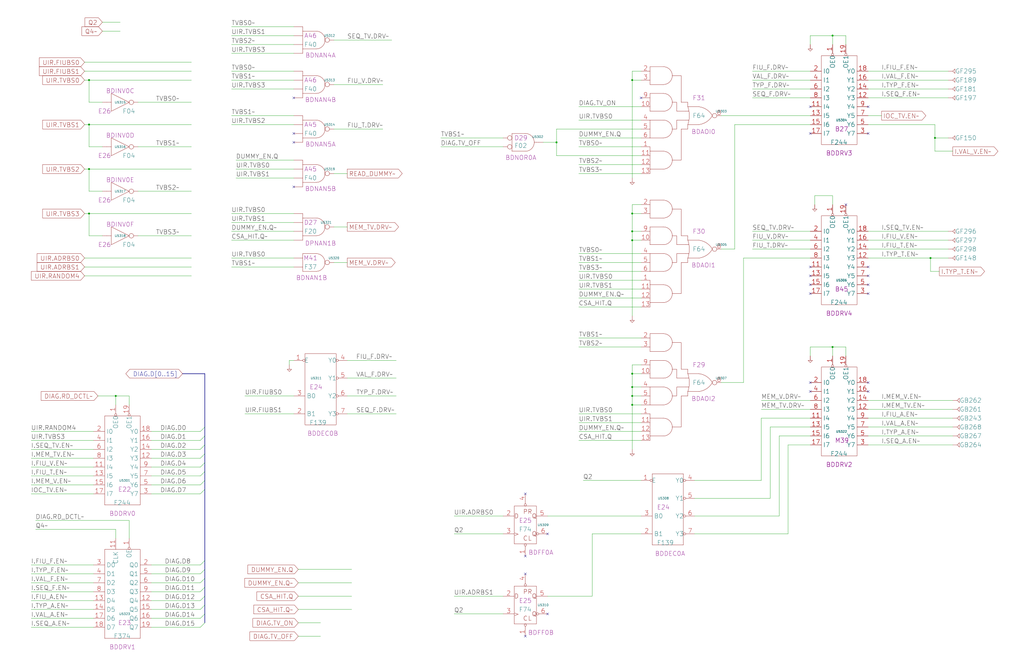
<source format=kicad_sch>
(kicad_sch (version 20230121) (generator eeschema)
  (paper "User" 584.2 378.46)
  (title_block (title "CONTROL STORE\\nBUS DRIVER DECODING") (date "22-SEP-90") (rev "2.0") (comment 1 "IOC") (comment 2 "232-003061") (comment 3 "S400") (comment 4 "RELEASED"))
  (lib_symbols
    (symbol "r1000:F02" (pin_numbers hide) (pin_names hide)
      (property "Reference" "U" (at 12.16 0.635 0))
      (property "Value" "F02" (at -1.27 -4.445 0))
      (property "Location" "___" (at 2.54 0 0))
      (property "Name" "______" (at 2.54 -12.7 0))
      (symbol "F02_1_1"
        (pin input line (at -7.62 0 0) (length 2.54) (name "D0") (number "1"))
        (pin input line (at -7.62 -5.08 0) (length 2.54) (name "D1") (number "2"))
        (pin output line (at 15.24 -2.54 180) (length 1.27) (name "Q") (number "3"))
      )
      (symbol "F02_1_2"
        (pin input line (at -7.62 0 0) (length 2.54) (name "D0") (number "1"))
        (pin input line (at -7.62 -5.08 0) (length 2.54) (name "D1") (number "2"))
        (pin output line (at 15.24 -2.54 180) (length 2.54) (name "Q") (number "3"))
      )
    )
    (symbol "r1000:F04" (pin_numbers hide) (pin_names hide)
      (property "Reference" "U" (at 0 0 0))
      (property "Value" "F04" (at 1.27 -5.08 0))
      (property "Location" "___" (at -12.7 -5.08 0))
      (property "Name" "______" (at 0 5.08 0))
      (symbol "F04_1_1"
        (pin input line (at -10.16 0 0) (length 2.54) (name "D0") (number "1"))
        (pin output line (at 10.16 0 180) (length 2.54) (name "Q") (number "2"))
      )
    )
    (symbol "r1000:F139" (pin_names (offset 1.016))
      (property "Reference" "U" (at 2.54 5.08 0))
      (property "Value" "F139" (at -1.27 -20.32 0))
      (property "Location" "___" (at -1.27 0 0))
      (property "Name" "______" (at 6.35 -27.94 0))
      (symbol "F139_1_1"
        (pin input line (at -10.16 15.24 0) (length 5.08) (name "E") (number "1"))
        (pin input line (at -10.16 -15.24 0) (length 6.35) (name "B1") (number "2"))
        (pin input line (at -10.16 -5.08 0) (length 6.35) (name "B0") (number "3"))
        (pin output line (at 20.32 15.24 180) (length 5.08) (name "Y0") (number "4"))
        (pin output line (at 20.32 5.08 180) (length 5.08) (name "Y1") (number "5"))
        (pin output line (at 20.32 -5.08 180) (length 5.08) (name "Y2") (number "6"))
        (pin output line (at 20.32 -15.24 180) (length 5.08) (name "Y3") (number "7"))
      )
    )
    (symbol "r1000:F20" (pin_numbers hide) (pin_names hide)
      (property "Reference" "U" (at 8.255 2.54 0))
      (property "Value" "F20" (at -0.635 -2.54 0))
      (property "Location" "___" (at -0.635 2.54 0))
      (property "Name" "______" (at 5.08 -10.795 0))
      (symbol "F20_1_1"
        (pin input line (at -10.16 7.62 0) (length 5.08) (name "D0") (number "1"))
        (pin input line (at -10.16 2.54 0) (length 5.08) (name "D1") (number "2"))
        (pin input line (at -10.16 -2.54 0) (length 5.08) (name "D2") (number "4"))
        (pin input line (at -10.16 -7.62 0) (length 5.08) (name "D3") (number "5"))
        (pin output line (at 12.7 0 180) (length 2.54) (name "Q") (number "6"))
      )
      (symbol "F20_1_2"
        (pin input line (at -10.16 7.62 0) (length 1.27) (name "D0") (number "1"))
        (pin input line (at -10.16 2.54 0) (length 1.905) (name "D1") (number "2"))
        (pin input line (at -10.16 -2.54 0) (length 1.905) (name "D2") (number "4"))
        (pin input line (at -10.16 -7.62 0) (length 1.27) (name "D3") (number "5"))
        (pin output line (at 12.7 0 180) (length 5.08) (name "Q") (number "6"))
      )
    )
    (symbol "r1000:F244" (pin_names (offset 1.016))
      (property "Reference" "U" (at 2.54 5.08 0))
      (property "Value" "F244" (at -3.81 -7.62 0))
      (property "Location" "___" (at -1.27 0 0))
      (property "Name" "______" (at 1.27 -15.24 0))
      (symbol "F244_1_1"
        (pin input line (at -2.54 48.26 270) (length 5.08) (name "OE0") (number "1"))
        (pin input line (at -15.24 12.7 0) (length 6.35) (name "I4") (number "11"))
        (pin tri_state line (at 17.78 17.78 180) (length 6.35) (name "Y3") (number "12"))
        (pin input line (at -15.24 7.62 0) (length 6.35) (name "I5") (number "13"))
        (pin tri_state line (at 17.78 22.86 180) (length 6.35) (name "Y2") (number "14"))
        (pin input line (at -15.24 2.54 0) (length 6.35) (name "I6") (number "15"))
        (pin tri_state line (at 17.78 27.94 180) (length 6.35) (name "Y1") (number "16"))
        (pin input line (at -15.24 -2.54 0) (length 6.35) (name "I7") (number "17"))
        (pin tri_state line (at 17.78 33.02 180) (length 6.35) (name "Y0") (number "18"))
        (pin input line (at 5.08 48.26 270) (length 5.08) (name "OE1") (number "19"))
        (pin input line (at -15.24 33.02 0) (length 6.35) (name "I0") (number "2"))
        (pin tri_state line (at 17.78 -2.54 180) (length 6.35) (name "Y7") (number "3"))
        (pin input line (at -15.24 27.94 0) (length 6.35) (name "I1") (number "4"))
        (pin tri_state line (at 17.78 2.54 180) (length 6.35) (name "Y6") (number "5"))
        (pin input line (at -15.24 22.86 0) (length 6.35) (name "I2") (number "6"))
        (pin tri_state line (at 17.78 7.62 180) (length 6.35) (name "Y5") (number "7"))
        (pin input line (at -15.24 17.78 0) (length 6.35) (name "I3") (number "8"))
        (pin tri_state line (at 17.78 12.7 180) (length 6.35) (name "Y4") (number "9"))
      )
    )
    (symbol "r1000:F37" (pin_numbers hide) (pin_names (offset 0) hide)
      (property "Reference" "U" (at 15.24 0 0))
      (property "Value" "F37" (at 1.905 -5.08 0))
      (property "Location" "___" (at 1.905 0 0))
      (property "Name" "______" (at 2.54 -12.7 0))
      (symbol "F37_1_1"
        (pin input line (at -7.62 0 0) (length 5.08) (name "D0") (number "1"))
        (pin input line (at -7.62 -5.08 0) (length 5.08) (name "D1") (number "2"))
        (pin output line (at 15.24 -2.54 180) (length 2.54) (name "Q") (number "3"))
      )
      (symbol "F37_1_2"
        (pin input line (at -7.62 0 0) (length 2.54) (name "D0") (number "1"))
        (pin input line (at -7.62 -5.08 0) (length 2.54) (name "D1") (number "2"))
        (pin output line (at 15.24 -2.54 180) (length 5.08) (name "Q") (number "3"))
      )
    )
    (symbol "r1000:F374" (pin_names (offset 1.016))
      (property "Reference" "U" (at 2.54 5.08 0))
      (property "Value" "F374" (at -3.81 -7.62 0))
      (property "Location" "___" (at -1.27 0 0))
      (property "Name" "______" (at 1.27 -15.24 0))
      (symbol "F374_1_1"
        (pin input line (at 5.08 48.26 270) (length 5.08) (name "OE") (number "1"))
        (pin input line (at -2.54 48.26 270) (length 6.35) (name "CLK") (number "11"))
        (pin tri_state line (at 17.78 12.7 180) (length 6.35) (name "Q4") (number "12"))
        (pin input line (at -15.24 12.7 0) (length 6.35) (name "D4") (number "13"))
        (pin input line (at -15.24 7.62 0) (length 6.35) (name "D5") (number "14"))
        (pin tri_state line (at 17.78 7.62 180) (length 6.35) (name "Q5") (number "15"))
        (pin tri_state line (at 17.78 2.54 180) (length 6.35) (name "Q6") (number "16"))
        (pin input line (at -15.24 2.54 0) (length 6.35) (name "D6") (number "17"))
        (pin input line (at -15.24 -2.54 0) (length 6.35) (name "D7") (number "18"))
        (pin tri_state line (at 17.78 -2.54 180) (length 6.35) (name "Q7") (number "19"))
        (pin tri_state line (at 17.78 33.02 180) (length 6.35) (name "Q0") (number "2"))
        (pin input line (at -15.24 33.02 0) (length 6.35) (name "D0") (number "3"))
        (pin input line (at -15.24 27.94 0) (length 6.35) (name "D1") (number "4"))
        (pin tri_state line (at 17.78 27.94 180) (length 6.35) (name "Q1") (number "5"))
        (pin tri_state line (at 17.78 22.86 180) (length 6.35) (name "Q2") (number "6"))
        (pin input line (at -15.24 22.86 0) (length 6.35) (name "D2") (number "7"))
        (pin input line (at -15.24 17.78 0) (length 6.35) (name "D3") (number "8"))
        (pin tri_state line (at 17.78 17.78 180) (length 6.35) (name "Q3") (number "9"))
      )
    )
    (symbol "r1000:F40" (pin_numbers hide) (pin_names hide)
      (property "Reference" "U" (at 12.7 2.54 0))
      (property "Value" "F40" (at 1.905 -2.54 0))
      (property "Location" "___" (at 1.905 2.54 0))
      (property "Name" "______" (at 7.62 -10.16 0))
      (symbol "F40_1_1"
        (pin input line (at -7.62 7.62 0) (length 5.08) (name "D0") (number "1"))
        (pin input line (at -7.62 2.54 0) (length 5.08) (name "D3") (number "2"))
        (pin input line (at -7.62 -2.54 0) (length 5.08) (name "D4") (number "4"))
        (pin input line (at -7.62 -7.62 0) (length 5.08) (name "D5") (number "5"))
        (pin output line (at 15.24 0 180) (length 2.54) (name "Q") (number "6"))
      )
    )
    (symbol "r1000:F64" (pin_names hide)
      (property "Reference" "U" (at 15.24 2.54 0))
      (property "Value" "F64" (at 2.54 0 0))
      (property "Location" "___" (at 2.54 10.16 0))
      (property "Name" "______" (at 5.08 -10.62 0))
      (symbol "F64_1_1"
        (pin input line (at -30.48 -17.78 0) (length 5.08) (name "D0") (number "1"))
        (pin input line (at -30.48 5.08 0) (length 5.08) (name "B1") (number "10"))
        (pin input line (at -30.48 -22.86 0) (length 5.08) (name "D1") (number "11"))
        (pin input line (at -30.48 -27.94 0) (length 5.08) (name "D2") (number "12"))
        (pin input line (at -30.48 -33.02 0) (length 5.08) (name "D3") (number "13"))
        (pin input line (at -30.48 25.4 0) (length 5.08) (name "A0") (number "2"))
        (pin input line (at -30.48 20.32 0) (length 5.08) (name "A1") (number "3"))
        (pin input line (at -30.48 -2.54 0) (length 5.08) (name "C0") (number "4"))
        (pin input line (at -30.48 -7.62 0) (length 5.08) (name "C1") (number "5"))
        (pin input line (at -30.48 -12.7 0) (length 5.08) (name "C2") (number "6"))
        (pin output line (at 15.24 0 180) (length 2.54) (name "Q") (number "8"))
        (pin input line (at -30.48 10.16 0) (length 5.08) (name "B0") (number "9"))
      )
    )
    (symbol "r1000:F74" (pin_names (offset 1.016) hide)
      (property "Reference" "U" (at 12.7 -2.54 0))
      (property "Value" "F74" (at -1.27 -5.08 0))
      (property "Location" "___" (at -1.27 0 0))
      (property "Name" "______" (at 11.43 -19.685 0))
      (symbol "F74_1_1"
        (text ">" (at -2.54 -7.62 0) (effects (font (size 2.54 2.54))))
        (text "C" (at 2.54 -10.16 0) (effects (font (size 2.54 2.54))))
        (text "D" (at -2.54 2.54 0) (effects (font (size 2.54 2.54))))
        (text "L" (at 5.08 -10.16 0) (effects (font (size 2.54 2.54))))
        (text "P" (at 2.54 5.08 0) (effects (font (size 2.54 2.54))))
        (text "Q" (at 7.62 -7.62 0) (effects (font (size 2.54 2.54))))
        (text "Q" (at 7.62 2.54 0) (effects (font (size 2.54 2.54))))
        (text "R" (at 5.08 5.08 0) (effects (font (size 2.54 2.54))))
        (pin input line (at 2.54 -20.32 90) (length 5.08) (name "CL_") (number "1"))
        (pin input line (at -10.16 2.54 0) (length 6.35) (name "D") (number "2"))
        (pin input line (at -10.16 -7.62 0) (length 6.35) (name "CLK") (number "3"))
        (pin input line (at 2.54 15.24 270) (length 5.08) (name "PR_") (number "4"))
        (pin output line (at 15.24 2.54 180) (length 6.35) (name "Q") (number "5"))
        (pin output line (at 15.24 -7.62 180) (length 5.08) (name "Q_") (number "6"))
      )
    )
    (symbol "r1000:GB" (pin_numbers hide) (pin_names (offset 0) hide)
      (property "Reference" "GB" (at 3.81 0 0))
      (symbol "GB_1_1"
        (pin bidirectional line (at 0 0 0) (length 2.54) (name "") (number "1"))
      )
    )
    (symbol "r1000:GF" (pin_numbers hide) (pin_names (offset 0) hide)
      (property "Reference" "GF" (at 3.81 0 0))
      (symbol "GF_1_1"
        (pin bidirectional line (at 0 0 0) (length 2.54) (name "") (number "1"))
      )
    )
    (symbol "r1000:PD" (power) (pin_numbers hide) (pin_names hide) (in_bom no)
      (symbol "PD_1_1"
        (pin power_in line (at 0 0 270) (length 2.54) (name "PD") (number "1"))
      )
    )
  )
  (junction (at 474.98 198.12))
  (junction (at 360.68 220.98))
  (junction (at 360.68 45.72))
  (junction (at 360.68 121.92))
  (junction (at 474.98 20.32))
  (junction (at 317.5 81.28))
  (junction (at 360.68 132.08))
  (junction (at 530.86 147.32))
  (junction (at 360.68 226.06))
  (junction (at 533.4 78.74))
  (junction (at 360.68 231.14))
  (junction (at 50.8 45.72))
  (junction (at 360.68 213.36))
  (junction (at 50.8 121.92))
  (junction (at 66.04 226.06))
  (junction (at 50.8 96.52))
  (junction (at 50.8 71.12))
  (junction (at 360.68 137.16))
  (no_connect (at 299.72 363.22))
  (no_connect (at 299.72 281.94))
  (no_connect (at 167.64 81.28))
  (no_connect (at 312.42 304.8))
  (no_connect (at 462.28 152.4))
  (no_connect (at 462.28 76.2))
  (no_connect (at 462.28 60.96))
  (no_connect (at 495.3 60.96))
  (no_connect (at 495.3 76.2))
  (no_connect (at 495.3 152.4))
  (no_connect (at 462.28 218.44))
  (no_connect (at 462.28 167.64))
  (no_connect (at 495.3 167.64))
  (no_connect (at 167.64 55.88))
  (no_connect (at 495.3 223.52))
  (no_connect (at 462.28 223.52))
  (no_connect (at 167.64 76.2))
  (no_connect (at 299.72 327.66))
  (no_connect (at 365.76 55.88))
  (no_connect (at 312.42 350.52))
  (no_connect (at 462.28 162.56))
  (no_connect (at 462.28 157.48))
  (no_connect (at 495.3 218.44))
  (no_connect (at 495.3 162.56))
  (no_connect (at 495.3 157.48))
  (no_connect (at 167.64 106.68))
  (no_connect (at 482.6 116.84))
  (no_connect (at 299.72 317.5))
  (bus_entry (at 116.84 355.6) (size -2.54 2.54))
  (bus_entry (at 116.84 259.08) (size -2.54 2.54))
  (bus_entry (at 116.84 320.04) (size -2.54 2.54))
  (bus_entry (at 116.84 340.36) (size -2.54 2.54))
  (bus_entry (at 116.84 330.2) (size -2.54 2.54))
  (bus_entry (at 116.84 350.52) (size -2.54 2.54))
  (bus_entry (at 116.84 345.44) (size -2.54 2.54))
  (bus_entry (at 116.84 335.28) (size -2.54 2.54))
  (bus_entry (at 116.84 254) (size -2.54 2.54))
  (bus_entry (at 116.84 243.84) (size -2.54 2.54))
  (bus_entry (at 116.84 325.12) (size -2.54 2.54))
  (bus_entry (at 116.84 264.16) (size -2.54 2.54))
  (bus_entry (at 116.84 248.92) (size -2.54 2.54))
  (bus_entry (at 116.84 279.4) (size -2.54 2.54))
  (bus_entry (at 116.84 269.24) (size -2.54 2.54))
  (bus_entry (at 116.84 274.32) (size -2.54 2.54))
  (wire (pts (xy 474.98 20.32) (xy 474.98 25.4)))
  (wire (pts (xy 337.82 340.36) (xy 312.42 340.36)))
  (wire (pts (xy 190.5 48.26) (xy 218.44 48.26)))
  (wire (pts (xy 495.3 238.76) (xy 543.56 238.76)))
  (wire (pts (xy 259.08 304.8) (xy 287.02 304.8)))
  (wire (pts (xy 17.78 358.14) (xy 53.34 358.14)))
  (wire (pts (xy 17.78 347.98) (xy 53.34 347.98)))
  (wire (pts (xy 419.1 142.24) (xy 411.48 142.24)))
  (wire (pts (xy 419.1 71.12) (xy 419.1 142.24)))
  (wire (pts (xy 134.62 101.6) (xy 167.64 101.6)))
  (wire (pts (xy 170.18 340.36) (xy 200.66 340.36)))
  (wire (pts (xy 132.08 30.48) (xy 167.64 30.48)))
  (wire (pts (xy 58.42 109.22) (xy 50.8 109.22)))
  (wire (pts (xy 495.3 50.8) (xy 541.02 50.8)))
  (wire (pts (xy 330.2 60.96) (xy 365.76 60.96)))
  (bus (pts (xy 116.84 254) (xy 116.84 259.08)))
  (wire (pts (xy 86.36 322.58) (xy 114.3 322.58)))
  (wire (pts (xy 78.74 109.22) (xy 109.22 109.22)))
  (wire (pts (xy 132.08 25.4) (xy 167.64 25.4)))
  (wire (pts (xy 462.28 254) (xy 449.58 254)))
  (wire (pts (xy 464.82 111.76) (xy 464.82 116.84)))
  (wire (pts (xy 462.28 238.76) (xy 434.34 238.76)))
  (wire (pts (xy 337.82 304.8) (xy 337.82 340.36)))
  (wire (pts (xy 365.76 208.28) (xy 360.68 208.28)))
  (wire (pts (xy 17.78 271.78) (xy 53.34 271.78)))
  (wire (pts (xy 17.78 261.62) (xy 53.34 261.62)))
  (wire (pts (xy 170.18 363.22) (xy 182.88 363.22)))
  (wire (pts (xy 429.26 55.88) (xy 462.28 55.88)))
  (wire (pts (xy 424.18 218.44) (xy 411.48 218.44)))
  (wire (pts (xy 86.36 251.46) (xy 114.3 251.46)))
  (wire (pts (xy 132.08 15.24) (xy 167.64 15.24)))
  (wire (pts (xy 132.08 66.04) (xy 167.64 66.04)))
  (wire (pts (xy 58.42 58.42) (xy 50.8 58.42)))
  (wire (pts (xy 360.68 213.36) (xy 365.76 213.36)))
  (wire (pts (xy 330.2 154.94) (xy 365.76 154.94)))
  (wire (pts (xy 495.3 71.12) (xy 533.4 71.12)))
  (wire (pts (xy 429.26 142.24) (xy 462.28 142.24)))
  (wire (pts (xy 330.2 170.18) (xy 365.76 170.18)))
  (wire (pts (xy 429.26 137.16) (xy 462.28 137.16)))
  (wire (pts (xy 259.08 340.36) (xy 287.02 340.36)))
  (bus (pts (xy 104.14 213.36) (xy 116.84 213.36)))
  (wire (pts (xy 50.8 96.52) (xy 109.22 96.52)))
  (wire (pts (xy 360.68 231.14) (xy 365.76 231.14)))
  (wire (pts (xy 170.18 347.98) (xy 200.66 347.98)))
  (wire (pts (xy 86.36 256.54) (xy 114.3 256.54)))
  (bus (pts (xy 116.84 213.36) (xy 116.84 243.84)))
  (wire (pts (xy 434.34 238.76) (xy 434.34 274.32)))
  (wire (pts (xy 474.98 20.32) (xy 462.28 20.32)))
  (wire (pts (xy 317.5 73.66) (xy 317.5 81.28)))
  (wire (pts (xy 530.86 147.32) (xy 541.02 147.32)))
  (wire (pts (xy 66.04 231.14) (xy 66.04 226.06)))
  (wire (pts (xy 17.78 332.74) (xy 53.34 332.74)))
  (wire (pts (xy 330.2 193.04) (xy 365.76 193.04)))
  (wire (pts (xy 287.02 350.52) (xy 259.08 350.52)))
  (wire (pts (xy 86.36 337.82) (xy 114.3 337.82)))
  (wire (pts (xy 50.8 109.22) (xy 50.8 96.52)))
  (wire (pts (xy 429.26 50.8) (xy 462.28 50.8)))
  (wire (pts (xy 360.68 231.14) (xy 360.68 256.54)))
  (wire (pts (xy 330.2 236.22) (xy 365.76 236.22)))
  (wire (pts (xy 360.68 137.16) (xy 360.68 180.34)))
  (wire (pts (xy 330.2 175.26) (xy 365.76 175.26)))
  (wire (pts (xy 474.98 198.12) (xy 474.98 203.2)))
  (wire (pts (xy 132.08 152.4) (xy 167.64 152.4)))
  (bus (pts (xy 116.84 320.04) (xy 116.84 325.12)))
  (wire (pts (xy 259.08 294.64) (xy 287.02 294.64)))
  (wire (pts (xy 132.08 45.72) (xy 167.64 45.72)))
  (wire (pts (xy 429.26 40.64) (xy 462.28 40.64)))
  (wire (pts (xy 317.5 88.9) (xy 317.5 81.28)))
  (wire (pts (xy 330.2 241.3) (xy 365.76 241.3)))
  (wire (pts (xy 360.68 208.28) (xy 360.68 213.36)))
  (wire (pts (xy 190.5 129.54) (xy 198.12 129.54)))
  (wire (pts (xy 58.42 17.78) (xy 68.58 17.78)))
  (wire (pts (xy 462.28 198.12) (xy 462.28 203.2)))
  (wire (pts (xy 434.34 274.32) (xy 396.24 274.32)))
  (bus (pts (xy 116.84 248.92) (xy 116.84 254)))
  (bus (pts (xy 116.84 279.4) (xy 116.84 320.04)))
  (wire (pts (xy 86.36 246.38) (xy 114.3 246.38)))
  (wire (pts (xy 198.12 226.06) (xy 226.06 226.06)))
  (wire (pts (xy 17.78 337.82) (xy 53.34 337.82)))
  (wire (pts (xy 86.36 261.62) (xy 114.3 261.62)))
  (wire (pts (xy 198.12 215.9) (xy 226.06 215.9)))
  (wire (pts (xy 58.42 134.62) (xy 50.8 134.62)))
  (wire (pts (xy 86.36 342.9) (xy 114.3 342.9)))
  (wire (pts (xy 360.68 121.92) (xy 360.68 132.08)))
  (wire (pts (xy 474.98 111.76) (xy 464.82 111.76)))
  (wire (pts (xy 66.04 307.34) (xy 66.04 302.26)))
  (wire (pts (xy 86.36 353.06) (xy 114.3 353.06)))
  (wire (pts (xy 48.26 35.56) (xy 109.22 35.56)))
  (wire (pts (xy 330.2 251.46) (xy 365.76 251.46)))
  (wire (pts (xy 360.68 116.84) (xy 360.68 121.92)))
  (wire (pts (xy 132.08 40.64) (xy 167.64 40.64)))
  (wire (pts (xy 330.2 99.06) (xy 365.76 99.06)))
  (wire (pts (xy 50.8 96.52) (xy 48.26 96.52)))
  (wire (pts (xy 462.28 20.32) (xy 462.28 25.4)))
  (wire (pts (xy 533.4 86.36) (xy 533.4 78.74)))
  (wire (pts (xy 50.8 134.62) (xy 50.8 121.92)))
  (wire (pts (xy 86.36 266.7) (xy 114.3 266.7)))
  (wire (pts (xy 444.5 248.92) (xy 444.5 294.64)))
  (wire (pts (xy 132.08 71.12) (xy 167.64 71.12)))
  (wire (pts (xy 190.5 22.86) (xy 223.52 22.86)))
  (wire (pts (xy 86.36 271.78) (xy 114.3 271.78)))
  (wire (pts (xy 50.8 71.12) (xy 109.22 71.12)))
  (wire (pts (xy 439.42 243.84) (xy 439.42 284.48)))
  (wire (pts (xy 165.1 208.28) (xy 165.1 205.74)))
  (bus (pts (xy 116.84 243.84) (xy 116.84 248.92)))
  (wire (pts (xy 50.8 121.92) (xy 109.22 121.92)))
  (wire (pts (xy 360.68 220.98) (xy 360.68 226.06)))
  (bus (pts (xy 116.84 259.08) (xy 116.84 264.16)))
  (wire (pts (xy 360.68 132.08) (xy 365.76 132.08)))
  (wire (pts (xy 317.5 81.28) (xy 309.88 81.28)))
  (wire (pts (xy 482.6 20.32) (xy 474.98 20.32)))
  (wire (pts (xy 495.3 40.64) (xy 541.02 40.64)))
  (wire (pts (xy 17.78 327.66) (xy 53.34 327.66)))
  (wire (pts (xy 198.12 236.22) (xy 226.06 236.22)))
  (wire (pts (xy 190.5 73.66) (xy 218.44 73.66)))
  (bus (pts (xy 116.84 269.24) (xy 116.84 274.32)))
  (wire (pts (xy 132.08 137.16) (xy 167.64 137.16)))
  (bus (pts (xy 116.84 345.44) (xy 116.84 350.52)))
  (wire (pts (xy 482.6 25.4) (xy 482.6 20.32)))
  (wire (pts (xy 73.66 297.18) (xy 20.32 297.18)))
  (wire (pts (xy 360.68 226.06) (xy 360.68 231.14)))
  (wire (pts (xy 495.3 45.72) (xy 541.02 45.72)))
  (wire (pts (xy 495.3 254) (xy 543.56 254)))
  (wire (pts (xy 365.76 88.9) (xy 317.5 88.9)))
  (wire (pts (xy 17.78 342.9) (xy 53.34 342.9)))
  (wire (pts (xy 434.34 233.68) (xy 462.28 233.68)))
  (wire (pts (xy 17.78 246.38) (xy 53.34 246.38)))
  (wire (pts (xy 78.74 83.82) (xy 109.22 83.82)))
  (wire (pts (xy 360.68 45.72) (xy 360.68 101.6)))
  (wire (pts (xy 17.78 251.46) (xy 53.34 251.46)))
  (wire (pts (xy 330.2 165.1) (xy 365.76 165.1)))
  (wire (pts (xy 73.66 231.14) (xy 73.66 226.06)))
  (wire (pts (xy 330.2 198.12) (xy 365.76 198.12)))
  (wire (pts (xy 190.5 99.06) (xy 198.12 99.06)))
  (wire (pts (xy 330.2 83.82) (xy 365.76 83.82)))
  (wire (pts (xy 449.58 254) (xy 449.58 304.8)))
  (wire (pts (xy 86.36 332.74) (xy 114.3 332.74)))
  (wire (pts (xy 190.5 149.86) (xy 198.12 149.86)))
  (wire (pts (xy 330.2 78.74) (xy 365.76 78.74)))
  (bus (pts (xy 116.84 350.52) (xy 116.84 355.6)))
  (wire (pts (xy 330.2 246.38) (xy 365.76 246.38)))
  (wire (pts (xy 495.3 243.84) (xy 543.56 243.84)))
  (wire (pts (xy 17.78 266.7) (xy 53.34 266.7)))
  (wire (pts (xy 48.26 147.32) (xy 109.22 147.32)))
  (wire (pts (xy 360.68 121.92) (xy 365.76 121.92)))
  (wire (pts (xy 17.78 276.86) (xy 53.34 276.86)))
  (wire (pts (xy 86.36 347.98) (xy 114.3 347.98)))
  (wire (pts (xy 330.2 93.98) (xy 365.76 93.98)))
  (wire (pts (xy 17.78 256.54) (xy 53.34 256.54)))
  (wire (pts (xy 462.28 147.32) (xy 424.18 147.32)))
  (wire (pts (xy 462.28 243.84) (xy 439.42 243.84)))
  (wire (pts (xy 530.86 154.94) (xy 530.86 147.32)))
  (wire (pts (xy 50.8 58.42) (xy 50.8 45.72)))
  (bus (pts (xy 116.84 335.28) (xy 116.84 340.36)))
  (wire (pts (xy 495.3 233.68) (xy 543.56 233.68)))
  (wire (pts (xy 48.26 71.12) (xy 50.8 71.12)))
  (wire (pts (xy 20.32 302.26) (xy 66.04 302.26)))
  (wire (pts (xy 48.26 152.4) (xy 109.22 152.4)))
  (wire (pts (xy 134.62 96.52) (xy 167.64 96.52)))
  (bus (pts (xy 116.84 264.16) (xy 116.84 269.24)))
  (wire (pts (xy 424.18 147.32) (xy 424.18 218.44)))
  (wire (pts (xy 170.18 325.12) (xy 200.66 325.12)))
  (wire (pts (xy 17.78 322.58) (xy 53.34 322.58)))
  (wire (pts (xy 48.26 45.72) (xy 50.8 45.72)))
  (wire (pts (xy 170.18 332.74) (xy 200.66 332.74)))
  (wire (pts (xy 86.36 276.86) (xy 114.3 276.86)))
  (wire (pts (xy 165.1 205.74) (xy 167.64 205.74)))
  (wire (pts (xy 58.42 83.82) (xy 50.8 83.82)))
  (wire (pts (xy 495.3 228.6) (xy 543.56 228.6)))
  (wire (pts (xy 251.46 78.74) (xy 287.02 78.74)))
  (wire (pts (xy 132.08 20.32) (xy 167.64 20.32)))
  (wire (pts (xy 495.3 132.08) (xy 541.02 132.08)))
  (wire (pts (xy 360.68 132.08) (xy 360.68 137.16)))
  (wire (pts (xy 495.3 66.04) (xy 502.92 66.04)))
  (wire (pts (xy 66.04 226.06) (xy 55.88 226.06)))
  (wire (pts (xy 533.4 78.74) (xy 541.02 78.74)))
  (wire (pts (xy 360.68 45.72) (xy 365.76 45.72)))
  (wire (pts (xy 360.68 220.98) (xy 365.76 220.98)))
  (wire (pts (xy 132.08 127) (xy 167.64 127)))
  (wire (pts (xy 411.48 66.04) (xy 462.28 66.04)))
  (wire (pts (xy 332.74 274.32) (xy 365.76 274.32)))
  (wire (pts (xy 139.7 236.22) (xy 167.64 236.22)))
  (wire (pts (xy 251.46 83.82) (xy 287.02 83.82)))
  (wire (pts (xy 495.3 142.24) (xy 541.02 142.24)))
  (wire (pts (xy 462.28 71.12) (xy 419.1 71.12)))
  (wire (pts (xy 365.76 304.8) (xy 337.82 304.8)))
  (wire (pts (xy 365.76 116.84) (xy 360.68 116.84)))
  (bus (pts (xy 116.84 274.32) (xy 116.84 279.4)))
  (wire (pts (xy 535.94 154.94) (xy 530.86 154.94)))
  (wire (pts (xy 449.58 304.8) (xy 396.24 304.8)))
  (wire (pts (xy 50.8 45.72) (xy 109.22 45.72)))
  (wire (pts (xy 17.78 281.94) (xy 53.34 281.94)))
  (bus (pts (xy 116.84 325.12) (xy 116.84 330.2)))
  (wire (pts (xy 50.8 83.82) (xy 50.8 71.12)))
  (wire (pts (xy 170.18 355.6) (xy 182.88 355.6)))
  (wire (pts (xy 139.7 226.06) (xy 167.64 226.06)))
  (wire (pts (xy 330.2 160.02) (xy 365.76 160.02)))
  (wire (pts (xy 482.6 198.12) (xy 474.98 198.12)))
  (wire (pts (xy 462.28 248.92) (xy 444.5 248.92)))
  (bus (pts (xy 116.84 340.36) (xy 116.84 345.44)))
  (wire (pts (xy 48.26 40.64) (xy 109.22 40.64)))
  (wire (pts (xy 48.26 157.48) (xy 109.22 157.48)))
  (wire (pts (xy 444.5 294.64) (xy 396.24 294.64)))
  (wire (pts (xy 434.34 228.6) (xy 462.28 228.6)))
  (wire (pts (xy 495.3 137.16) (xy 541.02 137.16)))
  (wire (pts (xy 533.4 71.12) (xy 533.4 78.74)))
  (wire (pts (xy 48.26 121.92) (xy 50.8 121.92)))
  (wire (pts (xy 132.08 50.8) (xy 167.64 50.8)))
  (wire (pts (xy 495.3 55.88) (xy 541.02 55.88)))
  (wire (pts (xy 365.76 73.66) (xy 317.5 73.66)))
  (wire (pts (xy 429.26 132.08) (xy 462.28 132.08)))
  (wire (pts (xy 365.76 137.16) (xy 360.68 137.16)))
  (wire (pts (xy 86.36 281.94) (xy 114.3 281.94)))
  (wire (pts (xy 58.42 12.7) (xy 68.58 12.7)))
  (wire (pts (xy 429.26 45.72) (xy 462.28 45.72)))
  (wire (pts (xy 17.78 353.06) (xy 53.34 353.06)))
  (wire (pts (xy 86.36 327.66) (xy 114.3 327.66)))
  (bus (pts (xy 116.84 330.2) (xy 116.84 335.28)))
  (wire (pts (xy 360.68 226.06) (xy 365.76 226.06)))
  (wire (pts (xy 330.2 68.58) (xy 365.76 68.58)))
  (wire (pts (xy 86.36 358.14) (xy 114.3 358.14)))
  (wire (pts (xy 482.6 203.2) (xy 482.6 198.12)))
  (wire (pts (xy 474.98 116.84) (xy 474.98 111.76)))
  (wire (pts (xy 439.42 284.48) (xy 396.24 284.48)))
  (wire (pts (xy 495.3 147.32) (xy 530.86 147.32)))
  (wire (pts (xy 330.2 144.78) (xy 365.76 144.78)))
  (wire (pts (xy 365.76 40.64) (xy 360.68 40.64)))
  (wire (pts (xy 198.12 205.74) (xy 226.06 205.74)))
  (wire (pts (xy 360.68 40.64) (xy 360.68 45.72)))
  (wire (pts (xy 134.62 91.44) (xy 167.64 91.44)))
  (wire (pts (xy 132.08 121.92) (xy 167.64 121.92)))
  (wire (pts (xy 543.56 86.36) (xy 533.4 86.36)))
  (wire (pts (xy 360.68 213.36) (xy 360.68 220.98)))
  (wire (pts (xy 78.74 58.42) (xy 109.22 58.42)))
  (wire (pts (xy 132.08 147.32) (xy 167.64 147.32)))
  (wire (pts (xy 474.98 198.12) (xy 462.28 198.12)))
  (wire (pts (xy 312.42 294.64) (xy 365.76 294.64)))
  (wire (pts (xy 73.66 307.34) (xy 73.66 297.18)))
  (wire (pts (xy 73.66 226.06) (xy 66.04 226.06)))
  (wire (pts (xy 330.2 149.86) (xy 365.76 149.86)))
  (wire (pts (xy 495.3 248.92) (xy 543.56 248.92)))
  (wire (pts (xy 78.74 134.62) (xy 109.22 134.62)))
  (wire (pts (xy 132.08 132.08) (xy 167.64 132.08)))
  (label "DIAG.D13" (at 93.98 347.98 0) (effects (font (size 2.54 2.54))))
  (label "TVBS3~" (at 330.2 99.06 0) (effects (font (size 2.54 2.54))))
  (label "UIR.ADRBS0" (at 259.08 294.64 0) (effects (font (size 2.54 2.54))))
  (label "TVBS1~" (at 88.9 83.82 0) (effects (font (size 2.54 2.54))))
  (label "UIR.TVBS1" (at 330.2 165.1 0) (effects (font (size 2.54 2.54))))
  (label "Q2" (at 259.08 350.52 0) (effects (font (size 2.54 2.54))))
  (label "TVBS2~" (at 88.9 109.22 0) (effects (font (size 2.54 2.54))))
  (label "I.MEM_V.EN~" (at 502.92 228.6 0) (effects (font (size 2.54 2.54))))
  (label "DIAG.D0" (at 91.44 246.38 0) (effects (font (size 2.54 2.54))))
  (label "UIR.FIUBS1" (at 139.7 236.22 0) (effects (font (size 2.54 2.54))))
  (label "UIR.TVBS3" (at 132.08 30.48 0) (effects (font (size 2.54 2.54))))
  (label "MEM_TV.DRV~" (at 434.34 233.68 0) (effects (font (size 2.54 2.54))))
  (label "FIU_V.DRV~" (at 429.26 137.16 0) (effects (font (size 2.54 2.54))))
  (label "I.FIU_F.EN~" (at 17.78 322.58 0) (effects (font (size 2.54 2.54))))
  (label "I.SEQ_F.EN~" (at 502.92 55.88 0) (effects (font (size 2.54 2.54))))
  (label "FIU_T.DRV~" (at 429.26 142.24 0) (effects (font (size 2.54 2.54))))
  (label "CSA_HIT.Q~" (at 132.08 137.16 0) (effects (font (size 2.54 2.54))))
  (label "TVBS0~" (at 88.9 58.42 0) (effects (font (size 2.54 2.54))))
  (label "I.VAL_F.EN~" (at 502.92 45.72 0) (effects (font (size 2.54 2.54))))
  (label "TVBS0~" (at 330.2 144.78 0) (effects (font (size 2.54 2.54))))
  (label "I.FIU_T.EN~" (at 502.92 142.24 0) (effects (font (size 2.54 2.54))))
  (label "VAL_F.DRV~" (at 203.2 215.9 0) (effects (font (size 2.54 2.54))))
  (label "I.TYP_A.EN~" (at 502.92 248.92 0) (effects (font (size 2.54 2.54))))
  (label "TVBS1~" (at 132.08 66.04 0) (effects (font (size 2.54 2.54))))
  (label "DIAG.TV_ON" (at 330.2 60.96 0) (effects (font (size 2.54 2.54))))
  (label "FIU_T.DRV~" (at 198.12 73.66 0) (effects (font (size 2.54 2.54))))
  (label "TYP_F.DRV~" (at 203.2 226.06 0) (effects (font (size 2.54 2.54))))
  (label "DIAG.TV_OFF" (at 251.46 83.82 0) (effects (font (size 2.54 2.54))))
  (label "TVBS1~" (at 132.08 152.4 0) (effects (font (size 2.54 2.54))))
  (label "UIR.TVBS0" (at 132.08 121.92 0) (effects (font (size 2.54 2.54))))
  (label "DUMMY_EN.Q~" (at 132.08 132.08 0) (effects (font (size 2.54 2.54))))
  (label "TVBS3~" (at 330.2 154.94 0) (effects (font (size 2.54 2.54))))
  (label "TYP_F.DRV~" (at 429.26 50.8 0) (effects (font (size 2.54 2.54))))
  (label "DIAG.D7" (at 91.44 281.94 0) (effects (font (size 2.54 2.54))))
  (label "I.TYP_F.EN~" (at 17.78 327.66 0) (effects (font (size 2.54 2.54))))
  (label "UIR.ADRBS1" (at 259.08 340.36 0) (effects (font (size 2.54 2.54))))
  (label "TVBS1~" (at 132.08 45.72 0) (effects (font (size 2.54 2.54))))
  (label "I.FIU_V.EN~" (at 502.92 137.16 0) (effects (font (size 2.54 2.54))))
  (label "FIU_F.DRV~" (at 203.2 205.74 0) (effects (font (size 2.54 2.54))))
  (label "UIR.TVBS1" (at 132.08 20.32 0) (effects (font (size 2.54 2.54))))
  (label "DIAG.D4" (at 91.44 266.7 0) (effects (font (size 2.54 2.54))))
  (label "TVBS0~" (at 132.08 40.64 0) (effects (font (size 2.54 2.54))))
  (label "DIAG.D1" (at 91.44 251.46 0) (effects (font (size 2.54 2.54))))
  (label "UIR.TVBS3" (at 132.08 50.8 0) (effects (font (size 2.54 2.54))))
  (label "I.FIU_V.EN~" (at 17.78 266.7 0) (effects (font (size 2.54 2.54))))
  (label "TVBS1~" (at 330.2 149.86 0) (effects (font (size 2.54 2.54))))
  (label "I.SEQ_A.EN~" (at 502.92 254 0) (effects (font (size 2.54 2.54))))
  (label "UIR.TVBS1" (at 330.2 241.3 0) (effects (font (size 2.54 2.54))))
  (label "DUMMY_EN.Q" (at 134.62 91.44 0) (effects (font (size 2.54 2.54))))
  (label "CSA_HIT.Q" (at 330.2 175.26 0) (effects (font (size 2.54 2.54))))
  (label "UIR.TVBS0" (at 330.2 68.58 0) (effects (font (size 2.54 2.54))))
  (label "DIAG.D14" (at 93.98 353.06 0) (effects (font (size 2.54 2.54))))
  (label "DIAG.D6" (at 91.44 276.86 0) (effects (font (size 2.54 2.54))))
  (label "DUMMY_EN.Q~" (at 330.2 246.38 0) (effects (font (size 2.54 2.54))))
  (label "I.SEQ_F.EN~" (at 17.78 337.82 0) (effects (font (size 2.54 2.54))))
  (label "DIAG.RD_DCTL~" (at 20.32 297.18 0) (effects (font (size 2.54 2.54))))
  (label "I.SEQ_A.EN~" (at 17.78 358.14 0) (effects (font (size 2.54 2.54))))
  (label "DIAG.D8" (at 93.98 322.58 0) (effects (font (size 2.54 2.54))))
  (label "TVBS1~" (at 330.2 193.04 0) (effects (font (size 2.54 2.54))))
  (label "UIR.TVBS0" (at 132.08 147.32 0) (effects (font (size 2.54 2.54))))
  (label "Q4~" (at 20.32 302.26 0) (effects (font (size 2.54 2.54))))
  (label "TVBS3~" (at 88.9 134.62 0) (effects (font (size 2.54 2.54))))
  (label "I.MEM_TV.EN~" (at 502.92 233.68 0) (effects (font (size 2.54 2.54))))
  (label "DUMMY_EN.Q~" (at 330.2 170.18 0) (effects (font (size 2.54 2.54))))
  (label "TVBS0~" (at 330.2 83.82 0) (effects (font (size 2.54 2.54))))
  (label "FIU_F.DRV~" (at 429.26 40.64 0) (effects (font (size 2.54 2.54))))
  (label "DUMMY_EN.Q" (at 330.2 78.74 0) (effects (font (size 2.54 2.54))))
  (label "I.VAL_A.EN~" (at 502.92 243.84 0) (effects (font (size 2.54 2.54))))
  (label "UIR.FIUBS0" (at 139.7 226.06 0) (effects (font (size 2.54 2.54))))
  (label "DIAG.D3" (at 91.44 261.62 0) (effects (font (size 2.54 2.54))))
  (label "I.SEQ_TV.EN~" (at 502.92 132.08 0) (effects (font (size 2.54 2.54))))
  (label "Q2" (at 259.08 304.8 0) (effects (font (size 2.54 2.54))))
  (label "TVBS0~" (at 132.08 15.24 0) (effects (font (size 2.54 2.54))))
  (label "DIAG.D12" (at 93.98 342.9 0) (effects (font (size 2.54 2.54))))
  (label "I.TYP_F.EN~" (at 502.92 50.8 0) (effects (font (size 2.54 2.54))))
  (label "I.MEM_V.EN~" (at 17.78 276.86 0) (effects (font (size 2.54 2.54))))
  (label "I.SEQ_TV.EN~" (at 17.78 256.54 0) (effects (font (size 2.54 2.54))))
  (label "I.FIU_A.EN~" (at 502.92 238.76 0) (effects (font (size 2.54 2.54))))
  (label "TVBS2~" (at 132.08 25.4 0) (effects (font (size 2.54 2.54))))
  (label "VAL_F.DRV~" (at 429.26 45.72 0) (effects (font (size 2.54 2.54))))
  (label "I.TYP_T.EN~" (at 502.92 147.32 0) (effects (font (size 2.54 2.54))))
  (label "UIR.TVBS1" (at 134.62 101.6 0) (effects (font (size 2.54 2.54))))
  (label "DIAG.D11" (at 93.98 337.82 0) (effects (font (size 2.54 2.54))))
  (label "DIAG.D15" (at 93.98 358.14 0) (effects (font (size 2.54 2.54))))
  (label "TVBS2~" (at 330.2 198.12 0) (effects (font (size 2.54 2.54))))
  (label "UIR.TVBS2" (at 132.08 71.12 0) (effects (font (size 2.54 2.54))))
  (label "UIR.TVBS0" (at 330.2 236.22 0) (effects (font (size 2.54 2.54))))
  (label "SEQ_TV.DRV~" (at 198.12 22.86 0) (effects (font (size 2.54 2.54))))
  (label "IOC_TV.EN~" (at 17.78 281.94 0) (effects (font (size 2.54 2.54))))
  (label "DIAG.D2" (at 91.44 256.54 0) (effects (font (size 2.54 2.54))))
  (label "I.VAL_A.EN~" (at 17.78 353.06 0) (effects (font (size 2.54 2.54))))
  (label "DIAG.D10" (at 93.98 332.74 0) (effects (font (size 2.54 2.54))))
  (label "SEQ_TV.DRV~" (at 429.26 132.08 0) (effects (font (size 2.54 2.54))))
  (label "I.MEM_TV.EN~" (at 17.78 261.62 0) (effects (font (size 2.54 2.54))))
  (label "UIR.TVBS0" (at 134.62 96.52 0) (effects (font (size 2.54 2.54))))
  (label "I.FIU_F.EN~" (at 502.92 40.64 0) (effects (font (size 2.54 2.54))))
  (label "SEQ_F.DRV~" (at 429.26 55.88 0) (effects (font (size 2.54 2.54))))
  (label "MEM_V.DRV~" (at 434.34 228.6 0) (effects (font (size 2.54 2.54))))
  (label "UIR.TVBS1" (at 132.08 127 0) (effects (font (size 2.54 2.54))))
  (label "I.TYP_A.EN~" (at 17.78 347.98 0) (effects (font (size 2.54 2.54))))
  (label "UIR.TVBS3" (at 17.78 251.46 0) (effects (font (size 2.54 2.54))))
  (label "I.FIU_A.EN~" (at 17.78 342.9 0) (effects (font (size 2.54 2.54))))
  (label "SEQ_F.DRV~" (at 203.2 236.22 0) (effects (font (size 2.54 2.54))))
  (label "TVBS2~" (at 330.2 93.98 0) (effects (font (size 2.54 2.54))))
  (label "TVBS1~" (at 251.46 78.74 0) (effects (font (size 2.54 2.54))))
  (label "UIR.TVBS0" (at 330.2 160.02 0) (effects (font (size 2.54 2.54))))
  (label "FIU_V.DRV~" (at 198.12 48.26 0) (effects (font (size 2.54 2.54))))
  (label "CSA_HIT.Q" (at 330.2 251.46 0) (effects (font (size 2.54 2.54))))
  (label "I.VAL_F.EN~" (at 17.78 332.74 0) (effects (font (size 2.54 2.54))))
  (label "DIAG.D5" (at 91.44 271.78 0) (effects (font (size 2.54 2.54))))
  (label "UIR.RANDOM4" (at 17.78 246.38 0) (effects (font (size 2.54 2.54))))
  (label "I.FIU_T.EN~" (at 17.78 271.78 0) (effects (font (size 2.54 2.54))))
  (label "DIAG.D9" (at 93.98 327.66 0) (effects (font (size 2.54 2.54))))
  (label "Q2" (at 332.74 274.32 0) (effects (font (size 2.54 2.54))))
  (global_label "Q4~" (shape input) (at 58.42 17.78 180) (effects (font (size 2.54 2.54))) (property "Intersheetrefs" "${INTERSHEET_REFS}" (at 45.5247 17.78 0) (effects (font (size 1.905 1.905)) (justify right))))
  (global_label "UIR.TVBS0" (shape input) (at 48.26 45.72 180) (effects (font (size 2.54 2.54))) (property "Intersheetrefs" "${INTERSHEET_REFS}" (at 24.3235 45.5613 0) (effects (font (size 1.905 1.905)) (justify right))))
  (global_label "UIR.ADRBS0" (shape input) (at 48.26 147.32 180) (effects (font (size 2.54 2.54))) (property "Intersheetrefs" "${INTERSHEET_REFS}" (at 21.1788 147.1613 0) (effects (font (size 1.905 1.905)) (justify right))))
  (global_label "DIAG.TV_ON" (shape input) (at 170.18 355.6 180) (effects (font (size 2.54 2.54))) (property "Intersheetrefs" "${INTERSHEET_REFS}" (at 144.3083 355.4413 0) (effects (font (size 1.905 1.905)) (justify right))))
  (global_label "DIAG.RD_DCTL~" (shape input) (at 55.88 226.06 180) (effects (font (size 2.54 2.54))) (property "Intersheetrefs" "${INTERSHEET_REFS}" (at 23.4769 225.9013 0) (effects (font (size 1.905 1.905)) (justify right))))
  (global_label "UIR.TVBS3" (shape input) (at 48.26 121.92 180) (effects (font (size 2.54 2.54))) (property "Intersheetrefs" "${INTERSHEET_REFS}" (at 24.3235 121.7613 0) (effects (font (size 1.905 1.905)) (justify right))))
  (global_label "UIR.TVBS2" (shape input) (at 48.26 96.52 180) (effects (font (size 2.54 2.54))) (property "Intersheetrefs" "${INTERSHEET_REFS}" (at 24.3235 96.3613 0) (effects (font (size 1.905 1.905)) (justify right))))
  (global_label "UIR.RANDOM4" (shape input) (at 48.26 157.48 180) (effects (font (size 2.54 2.54))) (property "Intersheetrefs" "${INTERSHEET_REFS}" (at 17.913 157.3213 0) (effects (font (size 1.905 1.905)) (justify right))))
  (global_label "DUMMY_EN.Q" (shape input) (at 170.18 325.12 180) (effects (font (size 2.54 2.54))) (property "Intersheetrefs" "${INTERSHEET_REFS}" (at 141.4054 324.9613 0) (effects (font (size 1.905 1.905)) (justify right))))
  (global_label "DUMMY_EN.Q~" (shape input) (at 170.18 332.74 180) (effects (font (size 2.54 2.54))) (property "Intersheetrefs" "${INTERSHEET_REFS}" (at 139.5911 332.5813 0) (effects (font (size 1.905 1.905)) (justify right))))
  (global_label "I.VAL_V.EN~" (shape output) (at 543.56 86.36 0) (effects (font (size 2.54 2.54))) (property "Intersheetrefs" "${INTERSHEET_REFS}" (at 569.3108 86.2013 0) (effects (font (size 1.905 1.905)) (justify left))))
  (global_label "UIR.FIUBS0" (shape input) (at 48.26 35.56 180) (effects (font (size 2.54 2.54))) (property "Intersheetrefs" "${INTERSHEET_REFS}" (at 22.3883 35.4013 0) (effects (font (size 1.905 1.905)) (justify right))))
  (global_label "READ_DUMMY~" (shape output) (at 198.12 99.06 0) (effects (font (size 2.54 2.54))) (property "Intersheetrefs" "${INTERSHEET_REFS}" (at 229.4346 98.9013 0) (effects (font (size 1.905 1.905)) (justify left))))
  (global_label "UIR.FIUBS1" (shape input) (at 48.26 40.64 180) (effects (font (size 2.54 2.54))) (property "Intersheetrefs" "${INTERSHEET_REFS}" (at 22.3883 40.4813 0) (effects (font (size 1.905 1.905)) (justify right))))
  (global_label "IOC_TV.EN~" (shape output) (at 502.92 66.04 0) (effects (font (size 2.54 2.54))) (property "Intersheetrefs" "${INTERSHEET_REFS}" (at 533.146 65.8813 0) (effects (font (size 1.905 1.905)) (justify left))))
  (global_label "I.TYP_T.EN~" (shape output) (at 535.94 154.94 0) (effects (font (size 2.54 2.54))) (property "Intersheetrefs" "${INTERSHEET_REFS}" (at 561.6908 154.7813 0) (effects (font (size 1.905 1.905)) (justify left))))
  (global_label "DIAG.TV_OFF" (shape input) (at 170.18 363.22 180) (effects (font (size 2.54 2.54))) (property "Intersheetrefs" "${INTERSHEET_REFS}" (at 142.615 363.0613 0) (effects (font (size 1.905 1.905)) (justify right))))
  (global_label "MEM_TV.DRV~" (shape output) (at 198.12 129.54 0) (effects (font (size 2.54 2.54))) (property "Intersheetrefs" "${INTERSHEET_REFS}" (at 227.3784 129.3813 0) (effects (font (size 1.905 1.905)) (justify left))))
  (global_label "UIR.TVBS1" (shape input) (at 48.26 71.12 180) (effects (font (size 2.54 2.54))) (property "Intersheetrefs" "${INTERSHEET_REFS}" (at 24.3235 70.9613 0) (effects (font (size 1.905 1.905)) (justify right))))
  (global_label "MEM_V.DRV~" (shape output) (at 198.12 149.86 0) (effects (font (size 2.54 2.54))) (property "Intersheetrefs" "${INTERSHEET_REFS}" (at 225.4431 149.7013 0) (effects (font (size 1.905 1.905)) (justify left))))
  (global_label "UIR.ADRBS1" (shape input) (at 48.26 152.4 180) (effects (font (size 2.54 2.54))) (property "Intersheetrefs" "${INTERSHEET_REFS}" (at 21.1788 152.2413 0) (effects (font (size 1.905 1.905)) (justify right))))
  (global_label "CSA_HIT.Q" (shape input) (at 170.18 340.36 180) (effects (font (size 2.54 2.54))) (property "Intersheetrefs" "${INTERSHEET_REFS}" (at 146.6064 340.2013 0) (effects (font (size 1.905 1.905)) (justify right))))
  (global_label "DIAG.D[0..15]" (shape bidirectional) (at 104.14 213.36 180) (effects (font (size 2.54 2.54))) (property "Intersheetrefs" "${INTERSHEET_REFS}" (at 74.035 213.2013 0) (effects (font (size 1.905 1.905)) (justify right))))
  (global_label "CSA_HIT.Q~" (shape input) (at 170.18 347.98 180) (effects (font (size 2.54 2.54))) (property "Intersheetrefs" "${INTERSHEET_REFS}" (at 144.7921 347.8213 0) (effects (font (size 1.905 1.905)) (justify right))))
  (global_label "Q2" (shape input) (at 58.42 12.7 180) (effects (font (size 2.54 2.54))) (property "Intersheetrefs" "${INTERSHEET_REFS}" (at 47.339 12.7 0) (effects (font (size 1.905 1.905)) (justify right))))
  (symbol (lib_id "r1000:GB") (at 543.56 233.68 0) (unit 1)
    (property "Reference" "GB261" (at 547.37 233.68 0) (effects (font (size 2.54 2.54)) (justify left)))
    (property "Value" "GB" (effects hide))
  )
  (symbol (lib_id "r1000:GF") (at 541.02 142.24 0) (unit 1)
    (property "Reference" "GF298" (at 544.83 142.24 0) (effects (font (size 2.54 2.54)) (justify left)))
    (property "Value" "GF" (effects hide))
  )
  (symbol (lib_id "r1000:F64") (at 396.24 218.44 0) (unit 1)
    (property "Reference" "U5307" (at 411.48 215.9 0))
    (property "Value" "F64" (at 398.78 218.44 0) (effects (font (size 2.54 2.54))))
    (property "Location" "F29" (at 398.78 208.28 0) (effects (font (size 2.54 2.54))))
    (property "Name" "BDAOI2" (at 401.32 229.06 0) (effects (font (size 2.54 2.54)) (justify bottom)))
  )
  (symbol (lib_id "r1000:GF") (at 541.02 137.16 0) (unit 1)
    (property "Reference" "GF297" (at 544.83 137.16 0) (effects (font (size 2.54 2.54)) (justify left)))
    (property "Value" "GF" (effects hide))
  )
  (symbol (lib_id "r1000:GB") (at 543.56 238.76 0) (unit 1)
    (property "Reference" "GB243" (at 547.37 238.76 0) (effects (font (size 2.54 2.54)) (justify left)))
    (property "Value" "GB" (effects hide))
  )
  (symbol (lib_id "r1000:F244") (at 477.52 73.66 0) (unit 1)
    (property "Reference" "U5304" (at 480.06 68.58 0))
    (property "Value" "F244" (at 473.71 81.28 0) (effects (font (size 2.54 2.54)) (justify left)))
    (property "Location" "B27" (at 476.25 73.66 0) (effects (font (size 2.54 2.54)) (justify left)))
    (property "Name" "BDDRV3" (at 478.79 88.9 0) (effects (font (size 2.54 2.54)) (justify bottom)))
  )
  (symbol (lib_id "r1000:PD") (at 360.68 180.34 0) (unit 1) (in_bom no)
    (property "Reference" "#PWR05306" (effects hide))
    (property "Value" "PD" (effects hide))
  )
  (symbol (lib_id "r1000:F74") (at 297.18 342.9 0) (unit 1)
    (property "Reference" "U5310" (at 309.88 345.44 0))
    (property "Value" "F74" (at 295.91 347.98 0) (effects (font (size 2.54 2.54)) (justify left)))
    (property "Location" "E25" (at 295.91 342.9 0) (effects (font (size 2.54 2.54)) (justify left)))
    (property "Name" "BDFF0B" (at 308.61 362.585 0) (effects (font (size 2.54 2.54)) (justify bottom)))
  )
  (symbol (lib_id "r1000:F40") (at 175.26 73.66 0) (unit 1)
    (property "Reference" "U5314" (at 187.96 71.12 0))
    (property "Value" "F40" (at 177.165 76.2 0) (effects (font (size 2.54 2.54))))
    (property "Location" "A45" (at 177.165 71.12 0) (effects (font (size 2.54 2.54))))
    (property "Name" "BDNAN5A" (at 182.88 83.82 0) (effects (font (size 2.54 2.54)) (justify bottom)))
  )
  (symbol (lib_id "r1000:F244") (at 68.58 279.4 0) (unit 1)
    (property "Reference" "U5301" (at 71.12 274.32 0))
    (property "Value" "F244" (at 64.77 287.02 0) (effects (font (size 2.54 2.54)) (justify left)))
    (property "Location" "E22" (at 67.31 279.4 0) (effects (font (size 2.54 2.54)) (justify left)))
    (property "Name" "BDDRV0" (at 69.85 294.64 0) (effects (font (size 2.54 2.54)) (justify bottom)))
  )
  (symbol (lib_id "r1000:PD") (at 360.68 256.54 0) (unit 1) (in_bom no)
    (property "Reference" "#PWR05309" (effects hide))
    (property "Value" "PD" (effects hide))
  )
  (symbol (lib_id "r1000:GB") (at 543.56 248.92 0) (unit 1)
    (property "Reference" "GB267" (at 547.37 248.92 0) (effects (font (size 2.54 2.54)) (justify left)))
    (property "Value" "GB" (effects hide))
  )
  (symbol (lib_id "r1000:F64") (at 396.24 66.04 0) (unit 1)
    (property "Reference" "U5303" (at 411.48 63.5 0))
    (property "Value" "F64" (at 398.78 66.04 0) (effects (font (size 2.54 2.54))))
    (property "Location" "F31" (at 398.78 55.88 0) (effects (font (size 2.54 2.54))))
    (property "Name" "BDAOI0" (at 401.32 76.66 0) (effects (font (size 2.54 2.54)) (justify bottom)))
  )
  (symbol (lib_id "r1000:F04") (at 68.58 109.22 0) (unit 1)
    (property "Reference" "U5317" (at 68.58 109.22 0))
    (property "Value" "F04" (at 69.85 114.3 0) (effects (font (size 2.54 2.54)) (justify left)))
    (property "Location" "E26" (at 55.88 114.3 0) (effects (font (size 2.54 2.54)) (justify left)))
    (property "Name" "BDINV0E" (at 68.58 104.14 0) (effects (font (size 2.54 2.54)) (justify bottom)))
  )
  (symbol (lib_id "r1000:GB") (at 543.56 254 0) (unit 1)
    (property "Reference" "GB264" (at 547.37 254 0) (effects (font (size 2.54 2.54)) (justify left)))
    (property "Value" "GB" (effects hide))
  )
  (symbol (lib_id "r1000:F374") (at 68.58 355.6 0) (unit 1)
    (property "Reference" "U5323" (at 71.12 350.52 0))
    (property "Value" "F374" (at 64.77 363.22 0) (effects (font (size 2.54 2.54)) (justify left)))
    (property "Location" "E23" (at 67.31 355.6 0) (effects (font (size 2.54 2.54)) (justify left)))
    (property "Name" "BDDRV1" (at 69.85 370.84 0) (effects (font (size 2.54 2.54)) (justify bottom)))
  )
  (symbol (lib_id "r1000:F04") (at 68.58 134.62 0) (unit 1)
    (property "Reference" "U5318" (at 68.58 134.62 0))
    (property "Value" "F04" (at 69.85 139.7 0) (effects (font (size 2.54 2.54)) (justify left)))
    (property "Location" "E26" (at 55.88 139.7 0) (effects (font (size 2.54 2.54)) (justify left)))
    (property "Name" "BDINV0F" (at 68.58 129.54 0) (effects (font (size 2.54 2.54)) (justify bottom)))
  )
  (symbol (lib_id "r1000:F04") (at 68.58 58.42 0) (unit 1)
    (property "Reference" "U5315" (at 68.58 58.42 0))
    (property "Value" "F04" (at 69.85 63.5 0) (effects (font (size 2.54 2.54)) (justify left)))
    (property "Location" "E26" (at 55.88 63.5 0) (effects (font (size 2.54 2.54)) (justify left)))
    (property "Name" "BDINV0C" (at 68.58 53.34 0) (effects (font (size 2.54 2.54)) (justify bottom)))
  )
  (symbol (lib_id "r1000:F40") (at 175.26 22.86 0) (unit 1)
    (property "Reference" "U5312" (at 187.96 20.32 0))
    (property "Value" "F40" (at 177.165 25.4 0) (effects (font (size 2.54 2.54))))
    (property "Location" "A46" (at 177.165 20.32 0) (effects (font (size 2.54 2.54))))
    (property "Name" "BDNAN4A" (at 182.88 33.02 0) (effects (font (size 2.54 2.54)) (justify bottom)))
  )
  (symbol (lib_id "r1000:PD") (at 462.28 203.2 0) (unit 1) (in_bom no)
    (property "Reference" "#PWR05307" (effects hide))
    (property "Value" "PD" (effects hide))
  )
  (symbol (lib_id "r1000:F244") (at 477.52 251.46 0) (unit 1)
    (property "Reference" "U5322" (at 480.06 246.38 0))
    (property "Value" "F244" (at 473.71 259.08 0) (effects (font (size 2.54 2.54)) (justify left)))
    (property "Location" "M39" (at 476.25 251.46 0) (effects (font (size 2.54 2.54)) (justify left)))
    (property "Name" "BDDRV2" (at 478.79 266.7 0) (effects (font (size 2.54 2.54)) (justify bottom)))
  )
  (symbol (lib_id "r1000:GB") (at 543.56 243.84 0) (unit 1)
    (property "Reference" "GB268" (at 547.37 243.84 0) (effects (font (size 2.54 2.54)) (justify left)))
    (property "Value" "GB" (effects hide))
  )
  (symbol (lib_id "r1000:F04") (at 68.58 83.82 0) (unit 1)
    (property "Reference" "U5316" (at 68.58 83.82 0))
    (property "Value" "F04" (at 69.85 88.9 0) (effects (font (size 2.54 2.54)) (justify left)))
    (property "Location" "E26" (at 55.88 88.9 0) (effects (font (size 2.54 2.54)) (justify left)))
    (property "Name" "BDINV0D" (at 68.58 78.74 0) (effects (font (size 2.54 2.54)) (justify bottom)))
  )
  (symbol (lib_id "r1000:F74") (at 297.18 297.18 0) (unit 1)
    (property "Reference" "U5309" (at 309.88 299.72 0))
    (property "Value" "F74" (at 295.91 302.26 0) (effects (font (size 2.54 2.54)) (justify left)))
    (property "Location" "E25" (at 295.91 297.18 0) (effects (font (size 2.54 2.54)) (justify left)))
    (property "Name" "BDFF0A" (at 308.61 316.865 0) (effects (font (size 2.54 2.54)) (justify bottom)))
  )
  (symbol (lib_id "r1000:F40") (at 175.26 48.26 0) (unit 1)
    (property "Reference" "U5313" (at 187.96 45.72 0))
    (property "Value" "F40" (at 177.165 50.8 0) (effects (font (size 2.54 2.54))))
    (property "Location" "A46" (at 177.165 45.72 0) (effects (font (size 2.54 2.54))))
    (property "Name" "BDNAN4B" (at 182.88 58.42 0) (effects (font (size 2.54 2.54)) (justify bottom)))
  )
  (symbol (lib_id "r1000:F02") (at 294.64 78.74 0) (unit 1) (convert 2)
    (property "Reference" "U5302" (at 306.8 78.105 0))
    (property "Value" "F02" (at 293.37 83.185 0) (effects (font (size 2.54 2.54)) (justify left)))
    (property "Location" "D29" (at 297.18 78.74 0) (effects (font (size 2.54 2.54))))
    (property "Name" "BDNOR0A" (at 297.18 91.44 0) (effects (font (size 2.54 2.54)) (justify bottom)))
  )
  (symbol (lib_id "r1000:F244") (at 477.52 165.1 0) (unit 1)
    (property "Reference" "U5306" (at 480.06 160.02 0))
    (property "Value" "F244" (at 473.71 172.72 0) (effects (font (size 2.54 2.54)) (justify left)))
    (property "Location" "B45" (at 476.25 165.1 0) (effects (font (size 2.54 2.54)) (justify left)))
    (property "Name" "BDDRV4" (at 478.79 180.34 0) (effects (font (size 2.54 2.54)) (justify bottom)))
  )
  (symbol (lib_id "r1000:GF") (at 541.02 40.64 0) (unit 1)
    (property "Reference" "GF295" (at 544.83 40.64 0) (effects (font (size 2.54 2.54)) (justify left)))
    (property "Value" "GF" (effects hide))
  )
  (symbol (lib_id "r1000:GB") (at 543.56 228.6 0) (unit 1)
    (property "Reference" "GB262" (at 547.37 228.6 0) (effects (font (size 2.54 2.54)) (justify left)))
    (property "Value" "GB" (effects hide))
  )
  (symbol (lib_id "r1000:PD") (at 464.82 116.84 0) (unit 1) (in_bom no)
    (property "Reference" "#PWR05304" (effects hide))
    (property "Value" "PD" (effects hide))
  )
  (symbol (lib_id "r1000:GF") (at 541.02 55.88 0) (unit 1)
    (property "Reference" "GF197" (at 544.83 55.88 0) (effects (font (size 2.54 2.54)) (justify left)))
    (property "Value" "GF" (effects hide))
  )
  (symbol (lib_id "r1000:GF") (at 541.02 147.32 0) (unit 1)
    (property "Reference" "GF148" (at 544.83 147.32 0) (effects (font (size 2.54 2.54)) (justify left)))
    (property "Value" "GF" (effects hide))
  )
  (symbol (lib_id "r1000:GF") (at 541.02 78.74 0) (unit 1)
    (property "Reference" "GF150" (at 544.83 78.74 0) (effects (font (size 2.54 2.54)) (justify left)))
    (property "Value" "GF" (effects hide))
  )
  (symbol (lib_id "r1000:GF") (at 541.02 50.8 0) (unit 1)
    (property "Reference" "GF181" (at 544.83 50.8 0) (effects (font (size 2.54 2.54)) (justify left)))
    (property "Value" "GF" (effects hide))
  )
  (symbol (lib_id "r1000:PD") (at 360.68 101.6 0) (unit 1) (in_bom no)
    (property "Reference" "#PWR05302" (effects hide))
    (property "Value" "PD" (effects hide))
  )
  (symbol (lib_id "r1000:GF") (at 541.02 45.72 0) (unit 1)
    (property "Reference" "GF189" (at 544.83 45.72 0) (effects (font (size 2.54 2.54)) (justify left)))
    (property "Value" "GF" (effects hide))
  )
  (symbol (lib_id "r1000:F37") (at 175.26 147.32 0) (unit 1)
    (property "Reference" "U5320" (at 190.5 147.32 0))
    (property "Value" "F37" (at 177.165 152.4 0) (effects (font (size 2.54 2.54))))
    (property "Location" "M41" (at 177.165 147.32 0) (effects (font (size 2.54 2.54))))
    (property "Name" "BDNAN1B" (at 177.8 160.02 0) (effects (font (size 2.54 2.54)) (justify bottom)))
  )
  (symbol (lib_id "r1000:F139") (at 375.92 289.56 0) (unit 1)
    (property "Reference" "U5308" (at 378.46 284.48 0))
    (property "Value" "F139" (at 374.65 309.88 0) (effects (font (size 2.54 2.54)) (justify left)))
    (property "Location" "E24" (at 374.65 289.56 0) (effects (font (size 2.54 2.54)) (justify left)))
    (property "Name" "BDDEC0A" (at 382.27 317.5 0) (effects (font (size 2.54 2.54)) (justify bottom)))
  )
  (symbol (lib_id "r1000:F20") (at 177.8 129.54 0) (unit 1)
    (property "Reference" "U5321" (at 186.055 127 0))
    (property "Value" "F20" (at 177.165 132.08 0) (effects (font (size 2.54 2.54))))
    (property "Location" "D27" (at 177.165 127 0) (effects (font (size 2.54 2.54))))
    (property "Name" "DPNAN1B" (at 182.88 140.335 0) (effects (font (size 2.54 2.54)) (justify bottom)))
  )
  (symbol (lib_id "r1000:F139") (at 177.8 220.98 0) (unit 1)
    (property "Reference" "U5311" (at 180.34 215.9 0))
    (property "Value" "F139" (at 176.53 241.3 0) (effects (font (size 2.54 2.54)) (justify left)))
    (property "Location" "E24" (at 176.53 220.98 0) (effects (font (size 2.54 2.54)) (justify left)))
    (property "Name" "BDDEC0B" (at 184.15 248.92 0) (effects (font (size 2.54 2.54)) (justify bottom)))
  )
  (symbol (lib_id "r1000:F64") (at 396.24 142.24 0) (unit 1)
    (property "Reference" "U5305" (at 411.48 139.7 0))
    (property "Value" "F64" (at 398.78 142.24 0) (effects (font (size 2.54 2.54))))
    (property "Location" "F30" (at 398.78 132.08 0) (effects (font (size 2.54 2.54))))
    (property "Name" "BDAOI1" (at 401.32 152.86 0) (effects (font (size 2.54 2.54)) (justify bottom)))
  )
  (symbol (lib_id "r1000:GF") (at 541.02 132.08 0) (unit 1)
    (property "Reference" "GF296" (at 544.83 132.08 0) (effects (font (size 2.54 2.54)) (justify left)))
    (property "Value" "GF" (effects hide))
  )
  (symbol (lib_id "r1000:PD") (at 165.1 208.28 0) (unit 1) (in_bom no)
    (property "Reference" "#PWR0117" (effects hide))
    (property "Value" "PD" (effects hide))
  )
  (symbol (lib_id "r1000:PD") (at 462.28 25.4 0) (unit 1) (in_bom no)
    (property "Reference" "#PWR05301" (effects hide))
    (property "Value" "PD" (effects hide))
  )
  (symbol (lib_id "r1000:F40") (at 175.26 99.06 0) (unit 1)
    (property "Reference" "U5319" (at 187.96 96.52 0))
    (property "Value" "F40" (at 177.165 101.6 0) (effects (font (size 2.54 2.54))))
    (property "Location" "A45" (at 177.165 96.52 0) (effects (font (size 2.54 2.54))))
    (property "Name" "BDNAN5B" (at 182.88 109.22 0) (effects (font (size 2.54 2.54)) (justify bottom)))
  )
)
</source>
